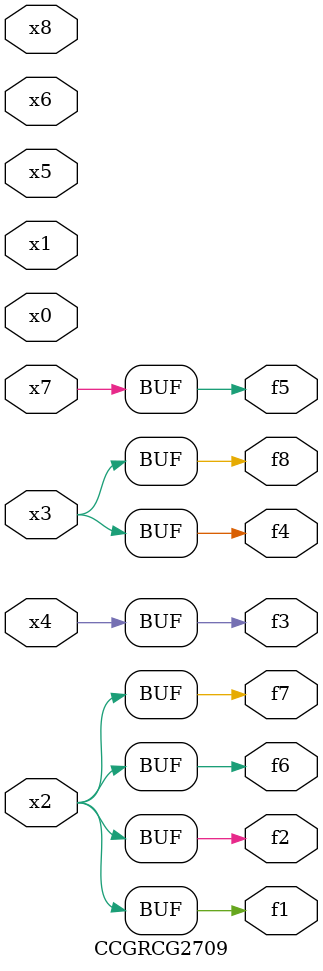
<source format=v>
module CCGRCG2709(
	input x0, x1, x2, x3, x4, x5, x6, x7, x8,
	output f1, f2, f3, f4, f5, f6, f7, f8
);
	assign f1 = x2;
	assign f2 = x2;
	assign f3 = x4;
	assign f4 = x3;
	assign f5 = x7;
	assign f6 = x2;
	assign f7 = x2;
	assign f8 = x3;
endmodule

</source>
